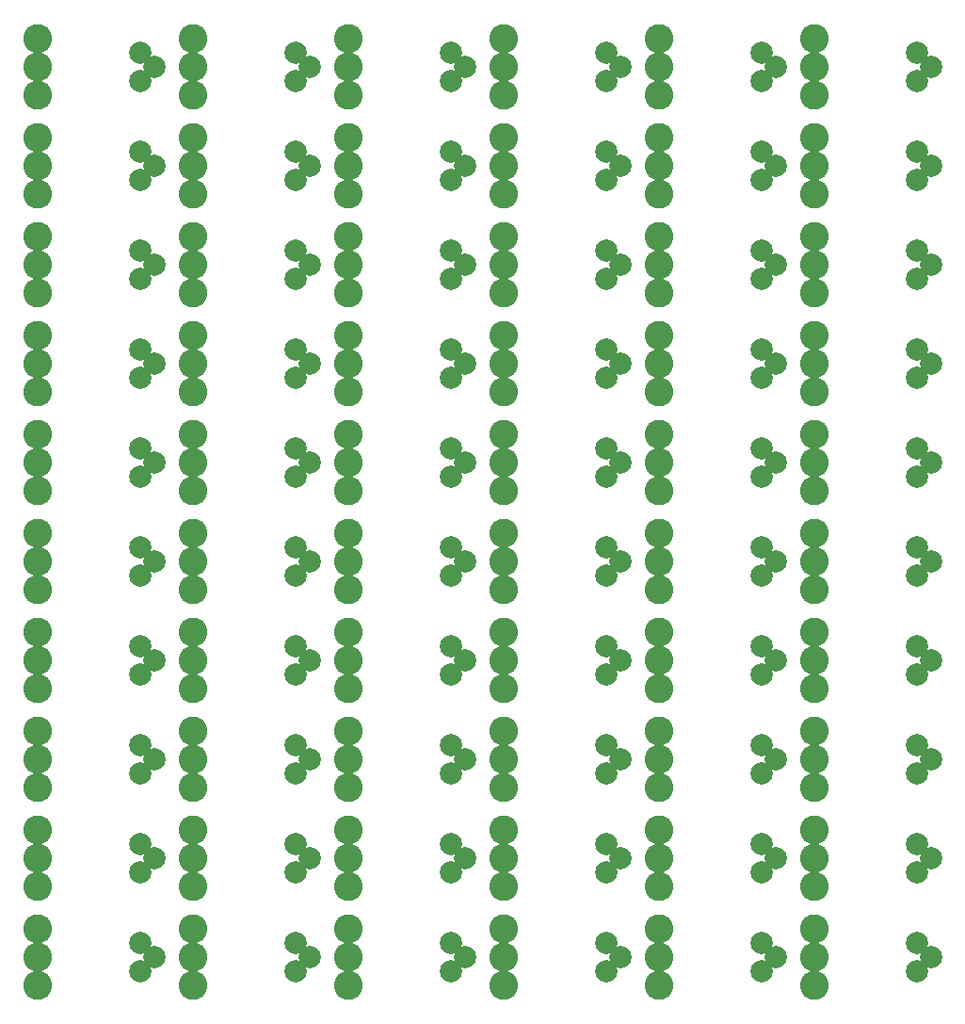
<source format=gbr>
%FSLAX34Y34*%
%MOMM*%
%LNSOLDERMASK_BOTTOM*%
G71*
G01*
%ADD10C, 2.000*%
%ADD11C, 2.600*%
%LPD*%
X114300Y962025D02*
G54D10*
D03*
X127000Y949325D02*
G54D10*
D03*
X114300Y936625D02*
G54D10*
D03*
X22225Y949325D02*
G54D11*
D03*
X22225Y974725D02*
G54D11*
D03*
X22225Y923925D02*
G54D11*
D03*
X254000Y962025D02*
G54D10*
D03*
X266700Y949325D02*
G54D10*
D03*
X254000Y936625D02*
G54D10*
D03*
X161925Y949325D02*
G54D11*
D03*
X161925Y974725D02*
G54D11*
D03*
X161925Y923925D02*
G54D11*
D03*
X393700Y962025D02*
G54D10*
D03*
X406400Y949325D02*
G54D10*
D03*
X393700Y936625D02*
G54D10*
D03*
X301625Y949325D02*
G54D11*
D03*
X301625Y974725D02*
G54D11*
D03*
X301625Y923925D02*
G54D11*
D03*
X533400Y962025D02*
G54D10*
D03*
X546100Y949325D02*
G54D10*
D03*
X533400Y936625D02*
G54D10*
D03*
X441325Y949325D02*
G54D11*
D03*
X441325Y974725D02*
G54D11*
D03*
X441325Y923925D02*
G54D11*
D03*
X673100Y962025D02*
G54D10*
D03*
X685800Y949325D02*
G54D10*
D03*
X673100Y936625D02*
G54D10*
D03*
X581025Y949325D02*
G54D11*
D03*
X581025Y974725D02*
G54D11*
D03*
X581025Y923925D02*
G54D11*
D03*
X812800Y962025D02*
G54D10*
D03*
X825500Y949325D02*
G54D10*
D03*
X812800Y936625D02*
G54D10*
D03*
X720725Y949325D02*
G54D11*
D03*
X720725Y974725D02*
G54D11*
D03*
X720725Y923925D02*
G54D11*
D03*
X114300Y873125D02*
G54D10*
D03*
X127000Y860425D02*
G54D10*
D03*
X114300Y847725D02*
G54D10*
D03*
X22225Y860425D02*
G54D11*
D03*
X22225Y885825D02*
G54D11*
D03*
X22225Y835025D02*
G54D11*
D03*
X254000Y873125D02*
G54D10*
D03*
X266700Y860425D02*
G54D10*
D03*
X254000Y847725D02*
G54D10*
D03*
X161925Y860425D02*
G54D11*
D03*
X161925Y885825D02*
G54D11*
D03*
X161925Y835025D02*
G54D11*
D03*
X393700Y873125D02*
G54D10*
D03*
X406400Y860425D02*
G54D10*
D03*
X393700Y847725D02*
G54D10*
D03*
X301625Y860425D02*
G54D11*
D03*
X301625Y885825D02*
G54D11*
D03*
X301625Y835025D02*
G54D11*
D03*
X533400Y873125D02*
G54D10*
D03*
X546100Y860425D02*
G54D10*
D03*
X533400Y847725D02*
G54D10*
D03*
X441325Y860425D02*
G54D11*
D03*
X441325Y885825D02*
G54D11*
D03*
X441325Y835025D02*
G54D11*
D03*
X673100Y873125D02*
G54D10*
D03*
X685800Y860425D02*
G54D10*
D03*
X673100Y847725D02*
G54D10*
D03*
X581025Y860425D02*
G54D11*
D03*
X581025Y885825D02*
G54D11*
D03*
X581025Y835025D02*
G54D11*
D03*
X812800Y873125D02*
G54D10*
D03*
X825500Y860425D02*
G54D10*
D03*
X812800Y847725D02*
G54D10*
D03*
X720725Y860425D02*
G54D11*
D03*
X720725Y885825D02*
G54D11*
D03*
X720725Y835025D02*
G54D11*
D03*
X114300Y784225D02*
G54D10*
D03*
X127000Y771525D02*
G54D10*
D03*
X114300Y758825D02*
G54D10*
D03*
X22225Y771525D02*
G54D11*
D03*
X22225Y796925D02*
G54D11*
D03*
X22225Y746125D02*
G54D11*
D03*
X254000Y784225D02*
G54D10*
D03*
X266700Y771525D02*
G54D10*
D03*
X254000Y758825D02*
G54D10*
D03*
X161925Y771525D02*
G54D11*
D03*
X161925Y796925D02*
G54D11*
D03*
X161925Y746125D02*
G54D11*
D03*
X393700Y784225D02*
G54D10*
D03*
X406400Y771525D02*
G54D10*
D03*
X393700Y758825D02*
G54D10*
D03*
X301625Y771525D02*
G54D11*
D03*
X301625Y796925D02*
G54D11*
D03*
X301625Y746125D02*
G54D11*
D03*
X533400Y784225D02*
G54D10*
D03*
X546100Y771525D02*
G54D10*
D03*
X533400Y758825D02*
G54D10*
D03*
X441325Y771525D02*
G54D11*
D03*
X441325Y796925D02*
G54D11*
D03*
X441325Y746125D02*
G54D11*
D03*
X673100Y784225D02*
G54D10*
D03*
X685800Y771525D02*
G54D10*
D03*
X673100Y758825D02*
G54D10*
D03*
X581025Y771525D02*
G54D11*
D03*
X581025Y796925D02*
G54D11*
D03*
X581025Y746125D02*
G54D11*
D03*
X812800Y784225D02*
G54D10*
D03*
X825500Y771525D02*
G54D10*
D03*
X812800Y758825D02*
G54D10*
D03*
X720725Y771525D02*
G54D11*
D03*
X720725Y796925D02*
G54D11*
D03*
X720725Y746125D02*
G54D11*
D03*
X114300Y695325D02*
G54D10*
D03*
X127000Y682625D02*
G54D10*
D03*
X114300Y669925D02*
G54D10*
D03*
X22225Y682625D02*
G54D11*
D03*
X22225Y708025D02*
G54D11*
D03*
X22225Y657225D02*
G54D11*
D03*
X254000Y695325D02*
G54D10*
D03*
X266700Y682625D02*
G54D10*
D03*
X254000Y669925D02*
G54D10*
D03*
X161925Y682625D02*
G54D11*
D03*
X161925Y708025D02*
G54D11*
D03*
X161925Y657225D02*
G54D11*
D03*
X393700Y695325D02*
G54D10*
D03*
X406400Y682625D02*
G54D10*
D03*
X393700Y669925D02*
G54D10*
D03*
X301625Y682625D02*
G54D11*
D03*
X301625Y708025D02*
G54D11*
D03*
X301625Y657225D02*
G54D11*
D03*
X533400Y695325D02*
G54D10*
D03*
X546100Y682625D02*
G54D10*
D03*
X533400Y669925D02*
G54D10*
D03*
X441325Y682625D02*
G54D11*
D03*
X441325Y708025D02*
G54D11*
D03*
X441325Y657225D02*
G54D11*
D03*
X673100Y695325D02*
G54D10*
D03*
X685800Y682625D02*
G54D10*
D03*
X673100Y669925D02*
G54D10*
D03*
X581025Y682625D02*
G54D11*
D03*
X581025Y708025D02*
G54D11*
D03*
X581025Y657225D02*
G54D11*
D03*
X812800Y695325D02*
G54D10*
D03*
X825500Y682625D02*
G54D10*
D03*
X812800Y669925D02*
G54D10*
D03*
X720725Y682625D02*
G54D11*
D03*
X720725Y708025D02*
G54D11*
D03*
X720725Y657225D02*
G54D11*
D03*
X114300Y606425D02*
G54D10*
D03*
X127000Y593725D02*
G54D10*
D03*
X114300Y581025D02*
G54D10*
D03*
X22225Y593725D02*
G54D11*
D03*
X22225Y619125D02*
G54D11*
D03*
X22225Y568325D02*
G54D11*
D03*
X254000Y606425D02*
G54D10*
D03*
X266700Y593725D02*
G54D10*
D03*
X254000Y581025D02*
G54D10*
D03*
X161925Y593725D02*
G54D11*
D03*
X161925Y619125D02*
G54D11*
D03*
X161925Y568325D02*
G54D11*
D03*
X393700Y606425D02*
G54D10*
D03*
X406400Y593725D02*
G54D10*
D03*
X393700Y581025D02*
G54D10*
D03*
X301625Y593725D02*
G54D11*
D03*
X301625Y619125D02*
G54D11*
D03*
X301625Y568325D02*
G54D11*
D03*
X533400Y606425D02*
G54D10*
D03*
X546100Y593725D02*
G54D10*
D03*
X533400Y581025D02*
G54D10*
D03*
X441325Y593725D02*
G54D11*
D03*
X441325Y619125D02*
G54D11*
D03*
X441325Y568325D02*
G54D11*
D03*
X673100Y606425D02*
G54D10*
D03*
X685800Y593725D02*
G54D10*
D03*
X673100Y581025D02*
G54D10*
D03*
X581025Y593725D02*
G54D11*
D03*
X581025Y619125D02*
G54D11*
D03*
X581025Y568325D02*
G54D11*
D03*
X812800Y606425D02*
G54D10*
D03*
X825500Y593725D02*
G54D10*
D03*
X812800Y581025D02*
G54D10*
D03*
X720725Y593725D02*
G54D11*
D03*
X720725Y619125D02*
G54D11*
D03*
X720725Y568325D02*
G54D11*
D03*
X114300Y517525D02*
G54D10*
D03*
X127000Y504825D02*
G54D10*
D03*
X114300Y492125D02*
G54D10*
D03*
X22225Y504825D02*
G54D11*
D03*
X22225Y530225D02*
G54D11*
D03*
X22225Y479425D02*
G54D11*
D03*
X254000Y517525D02*
G54D10*
D03*
X266700Y504825D02*
G54D10*
D03*
X254000Y492125D02*
G54D10*
D03*
X161925Y504825D02*
G54D11*
D03*
X161925Y530225D02*
G54D11*
D03*
X161925Y479425D02*
G54D11*
D03*
X393700Y517525D02*
G54D10*
D03*
X406400Y504825D02*
G54D10*
D03*
X393700Y492125D02*
G54D10*
D03*
X301625Y504825D02*
G54D11*
D03*
X301625Y530225D02*
G54D11*
D03*
X301625Y479425D02*
G54D11*
D03*
X533400Y517525D02*
G54D10*
D03*
X546100Y504825D02*
G54D10*
D03*
X533400Y492125D02*
G54D10*
D03*
X441325Y504825D02*
G54D11*
D03*
X441325Y530225D02*
G54D11*
D03*
X441325Y479425D02*
G54D11*
D03*
X673100Y517525D02*
G54D10*
D03*
X685800Y504825D02*
G54D10*
D03*
X673100Y492125D02*
G54D10*
D03*
X581025Y504825D02*
G54D11*
D03*
X581025Y530225D02*
G54D11*
D03*
X581025Y479425D02*
G54D11*
D03*
X812800Y517525D02*
G54D10*
D03*
X825500Y504825D02*
G54D10*
D03*
X812800Y492125D02*
G54D10*
D03*
X720725Y504825D02*
G54D11*
D03*
X720725Y530225D02*
G54D11*
D03*
X720725Y479425D02*
G54D11*
D03*
X114300Y428625D02*
G54D10*
D03*
X127000Y415925D02*
G54D10*
D03*
X114300Y403225D02*
G54D10*
D03*
X22225Y415925D02*
G54D11*
D03*
X22225Y441325D02*
G54D11*
D03*
X22225Y390525D02*
G54D11*
D03*
X254000Y428625D02*
G54D10*
D03*
X266700Y415925D02*
G54D10*
D03*
X254000Y403225D02*
G54D10*
D03*
X161925Y415925D02*
G54D11*
D03*
X161925Y441325D02*
G54D11*
D03*
X161925Y390525D02*
G54D11*
D03*
X393700Y428625D02*
G54D10*
D03*
X406400Y415925D02*
G54D10*
D03*
X393700Y403225D02*
G54D10*
D03*
X301625Y415925D02*
G54D11*
D03*
X301625Y441325D02*
G54D11*
D03*
X301625Y390525D02*
G54D11*
D03*
X533400Y428625D02*
G54D10*
D03*
X546100Y415925D02*
G54D10*
D03*
X533400Y403225D02*
G54D10*
D03*
X441325Y415925D02*
G54D11*
D03*
X441325Y441325D02*
G54D11*
D03*
X441325Y390525D02*
G54D11*
D03*
X673100Y428625D02*
G54D10*
D03*
X685800Y415925D02*
G54D10*
D03*
X673100Y403225D02*
G54D10*
D03*
X581025Y415925D02*
G54D11*
D03*
X581025Y441325D02*
G54D11*
D03*
X581025Y390525D02*
G54D11*
D03*
X812800Y428625D02*
G54D10*
D03*
X825500Y415925D02*
G54D10*
D03*
X812800Y403225D02*
G54D10*
D03*
X720725Y415925D02*
G54D11*
D03*
X720725Y441325D02*
G54D11*
D03*
X720725Y390525D02*
G54D11*
D03*
X114300Y339725D02*
G54D10*
D03*
X127000Y327025D02*
G54D10*
D03*
X114300Y314325D02*
G54D10*
D03*
X22225Y327025D02*
G54D11*
D03*
X22225Y352425D02*
G54D11*
D03*
X22225Y301625D02*
G54D11*
D03*
X254000Y339725D02*
G54D10*
D03*
X266700Y327025D02*
G54D10*
D03*
X254000Y314325D02*
G54D10*
D03*
X161925Y327025D02*
G54D11*
D03*
X161925Y352425D02*
G54D11*
D03*
X161925Y301625D02*
G54D11*
D03*
X393700Y339725D02*
G54D10*
D03*
X406400Y327025D02*
G54D10*
D03*
X393700Y314325D02*
G54D10*
D03*
X301625Y327025D02*
G54D11*
D03*
X301625Y352425D02*
G54D11*
D03*
X301625Y301625D02*
G54D11*
D03*
X533400Y339725D02*
G54D10*
D03*
X546100Y327025D02*
G54D10*
D03*
X533400Y314325D02*
G54D10*
D03*
X441325Y327025D02*
G54D11*
D03*
X441325Y352425D02*
G54D11*
D03*
X441325Y301625D02*
G54D11*
D03*
X673100Y339725D02*
G54D10*
D03*
X685800Y327025D02*
G54D10*
D03*
X673100Y314325D02*
G54D10*
D03*
X581025Y327025D02*
G54D11*
D03*
X581025Y352425D02*
G54D11*
D03*
X581025Y301625D02*
G54D11*
D03*
X812800Y339725D02*
G54D10*
D03*
X825500Y327025D02*
G54D10*
D03*
X812800Y314325D02*
G54D10*
D03*
X720725Y327025D02*
G54D11*
D03*
X720725Y352425D02*
G54D11*
D03*
X720725Y301625D02*
G54D11*
D03*
X114300Y250825D02*
G54D10*
D03*
X127000Y238125D02*
G54D10*
D03*
X114300Y225425D02*
G54D10*
D03*
X22225Y238125D02*
G54D11*
D03*
X22225Y263525D02*
G54D11*
D03*
X22225Y212725D02*
G54D11*
D03*
X254000Y250825D02*
G54D10*
D03*
X266700Y238125D02*
G54D10*
D03*
X254000Y225425D02*
G54D10*
D03*
X161925Y238125D02*
G54D11*
D03*
X161925Y263525D02*
G54D11*
D03*
X161925Y212725D02*
G54D11*
D03*
X393700Y250825D02*
G54D10*
D03*
X406400Y238125D02*
G54D10*
D03*
X393700Y225425D02*
G54D10*
D03*
X301625Y238125D02*
G54D11*
D03*
X301625Y263525D02*
G54D11*
D03*
X301625Y212725D02*
G54D11*
D03*
X533400Y250825D02*
G54D10*
D03*
X546100Y238125D02*
G54D10*
D03*
X533400Y225425D02*
G54D10*
D03*
X441325Y238125D02*
G54D11*
D03*
X441325Y263525D02*
G54D11*
D03*
X441325Y212725D02*
G54D11*
D03*
X673100Y250825D02*
G54D10*
D03*
X685800Y238125D02*
G54D10*
D03*
X673100Y225425D02*
G54D10*
D03*
X581025Y238125D02*
G54D11*
D03*
X581025Y263525D02*
G54D11*
D03*
X581025Y212725D02*
G54D11*
D03*
X812800Y250825D02*
G54D10*
D03*
X825500Y238125D02*
G54D10*
D03*
X812800Y225425D02*
G54D10*
D03*
X720725Y238125D02*
G54D11*
D03*
X720725Y263525D02*
G54D11*
D03*
X720725Y212725D02*
G54D11*
D03*
X114300Y161925D02*
G54D10*
D03*
X127000Y149225D02*
G54D10*
D03*
X114300Y136525D02*
G54D10*
D03*
X22225Y149225D02*
G54D11*
D03*
X22225Y174625D02*
G54D11*
D03*
X22225Y123825D02*
G54D11*
D03*
X254000Y161925D02*
G54D10*
D03*
X266700Y149225D02*
G54D10*
D03*
X254000Y136525D02*
G54D10*
D03*
X161925Y149225D02*
G54D11*
D03*
X161925Y174625D02*
G54D11*
D03*
X161925Y123825D02*
G54D11*
D03*
X393700Y161925D02*
G54D10*
D03*
X406400Y149225D02*
G54D10*
D03*
X393700Y136525D02*
G54D10*
D03*
X301625Y149225D02*
G54D11*
D03*
X301625Y174625D02*
G54D11*
D03*
X301625Y123825D02*
G54D11*
D03*
X533400Y161925D02*
G54D10*
D03*
X546100Y149225D02*
G54D10*
D03*
X533400Y136525D02*
G54D10*
D03*
X441325Y149225D02*
G54D11*
D03*
X441325Y174625D02*
G54D11*
D03*
X441325Y123825D02*
G54D11*
D03*
X673100Y161925D02*
G54D10*
D03*
X685800Y149225D02*
G54D10*
D03*
X673100Y136525D02*
G54D10*
D03*
X581025Y149225D02*
G54D11*
D03*
X581025Y174625D02*
G54D11*
D03*
X581025Y123825D02*
G54D11*
D03*
X812800Y161925D02*
G54D10*
D03*
X825500Y149225D02*
G54D10*
D03*
X812800Y136525D02*
G54D10*
D03*
X720725Y149225D02*
G54D11*
D03*
X720725Y174625D02*
G54D11*
D03*
X720725Y123825D02*
G54D11*
D03*
M02*

</source>
